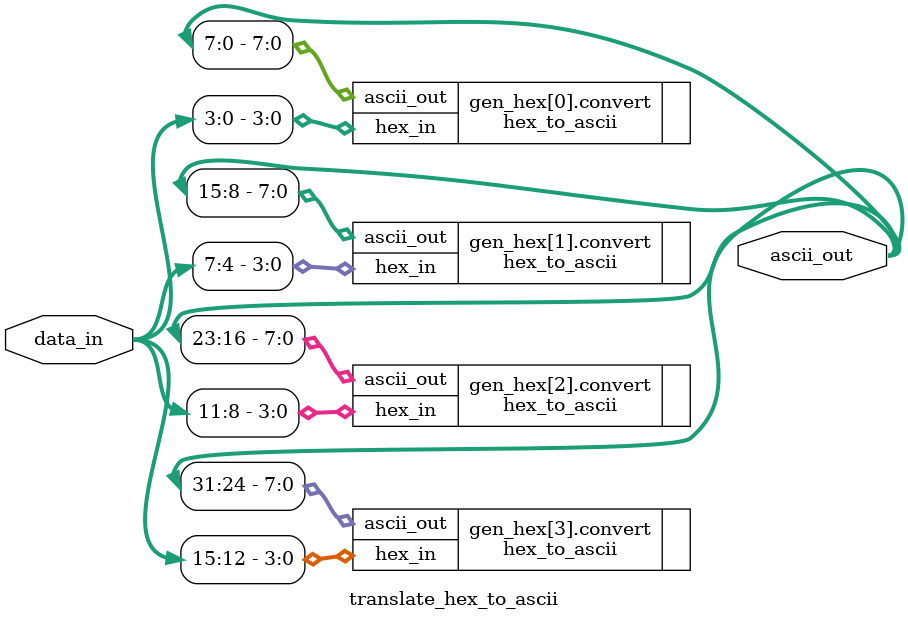
<source format=v>
module translate_hex_to_ascii #(
    parameter NUM_BYTES = 2 // Quantidade de bytes brutos (ex: 2 bytes = 16 bits)
)(
    input  wire [(NUM_BYTES*8)-1:0] data_in,
    output wire [(NUM_BYTES*2)*8-1:0] ascii_out // Cada byte bruto vira 2 caracteres (16 bits)
);

    genvar i;
    generate
        for (i = 0; i < NUM_BYTES*2; i = i + 1) begin : gen_hex
            // Extrai cada nibble (4 bits) e converte individualmente
            hex_to_ascii convert (
                .hex_in(data_in[i*4 +: 4]),
                .ascii_out(ascii_out[i*8 +: 8])
            );
        end
    endgenerate

endmodule
</source>
